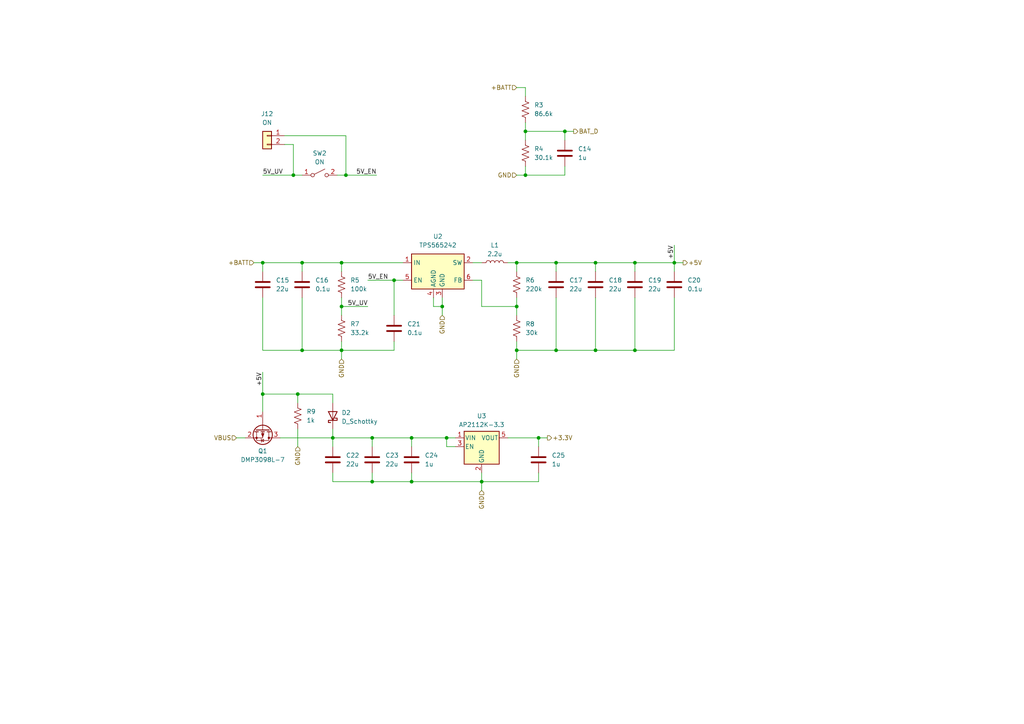
<source format=kicad_sch>
(kicad_sch (version 20230121) (generator eeschema)
  (paper "A4")
  (lib_symbols
    (symbol "Connector_Generic:Conn_01x02" (pin_names (offset 1.016) hide)
      (property "Reference" "J" (at 0 2.54 0))
      (property "Value" "Conn_01x02" (at 0 -5.08 0))
      (symbol "Conn_01x02_1_1"
        (rectangle (start -1.27 -2.413) (end 0 -2.667) (stroke (width 0.1524)))
        (rectangle (start -1.27 0.127) (end 0 -0.127) (stroke (width 0.1524)))
        (rectangle (start -1.27 1.27) (end 1.27 -3.81) (stroke (width 0.254)) (fill (type background)))
        (pin passive line (at -5.08 0 0) (length 3.81) (name "Pin_1") (number "1"))
        (pin passive line (at -5.08 -2.54 0) (length 3.81) (name "Pin_2") (number "2"))
      )
    )
    (symbol "Device:C" (pin_numbers hide) (pin_names (offset 0.254))
      (property "Reference" "C" (at 0.635 2.54 0))
      (property "Value" "C" (at 0.635 -2.54 0))
      (symbol "C_0_1"
        (polyline (pts (xy -2.032 -0.762) (xy 2.032 -0.762)) (stroke (width 0.508)))
        (polyline (pts (xy -2.032 0.762) (xy 2.032 0.762)) (stroke (width 0.508)))
      )
      (symbol "C_1_1"
        (pin passive line (at 0 3.81 270) (length 2.794) (name "~") (number "1"))
        (pin passive line (at 0 -3.81 90) (length 2.794) (name "~") (number "2"))
      )
    )
    (symbol "Device:D_Schottky" (pin_numbers hide) (pin_names (offset 1.016) hide)
      (property "Reference" "D" (at 0 2.54 0))
      (property "Value" "D_Schottky" (at 0 -2.54 0))
      (symbol "D_Schottky_0_1"
        (polyline (pts (xy 1.27 0) (xy -1.27 0)))
        (polyline (pts (xy 1.27 1.27) (xy 1.27 -1.27) (xy -1.27 0) (xy 1.27 1.27)) (stroke (width 0.254)))
        (polyline (pts (xy -1.905 0.635) (xy -1.905 1.27) (xy -1.27 1.27) (xy -1.27 -1.27) (xy -0.635 -1.27) (xy -0.635 -0.635)) (stroke (width 0.254)))
      )
      (symbol "D_Schottky_1_1"
        (pin passive line (at -3.81 0 0) (length 2.54) (name "K") (number "1"))
        (pin passive line (at 3.81 0 180) (length 2.54) (name "A") (number "2"))
      )
    )
    (symbol "Device:L" (pin_numbers hide) (pin_names (offset 1.016) hide)
      (property "Reference" "L" (at -1.27 0 90))
      (property "Value" "L" (at 1.905 0 90))
      (symbol "L_0_1"
        (arc (start 0 -2.54) (mid 0.6323 -1.905) (end 0 -1.27))
        (arc (start 0 -1.27) (mid 0.6323 -0.635) (end 0 0))
        (arc (start 0 0) (mid 0.6323 0.635) (end 0 1.27))
        (arc (start 0 1.27) (mid 0.6323 1.905) (end 0 2.54))
      )
      (symbol "L_1_1"
        (pin passive line (at 0 3.81 270) (length 1.27) (name "1") (number "1"))
        (pin passive line (at 0 -3.81 90) (length 1.27) (name "2") (number "2"))
      )
    )
    (symbol "Device:Q_PMOS_GSD" (pin_names (offset 0) hide)
      (property "Reference" "Q" (at 5.08 1.27 0))
      (property "Value" "Q_PMOS_GSD" (at 5.08 -1.27 0))
      (symbol "Q_PMOS_GSD_0_1"
        (polyline (pts (xy 0.254 0) (xy -2.54 0)))
        (polyline (pts (xy 0.254 1.905) (xy 0.254 -1.905)) (stroke (width 0.254)))
        (polyline (pts (xy 0.762 -1.27) (xy 0.762 -2.286)) (stroke (width 0.254)))
        (polyline (pts (xy 0.762 0.508) (xy 0.762 -0.508)) (stroke (width 0.254)))
        (polyline (pts (xy 0.762 2.286) (xy 0.762 1.27)) (stroke (width 0.254)))
        (polyline (pts (xy 2.54 2.54) (xy 2.54 1.778)))
        (polyline (pts (xy 2.54 -2.54) (xy 2.54 0) (xy 0.762 0)))
        (polyline (pts (xy 0.762 1.778) (xy 3.302 1.778) (xy 3.302 -1.778) (xy 0.762 -1.778)))
        (polyline (pts (xy 2.286 0) (xy 1.27 0.381) (xy 1.27 -0.381) (xy 2.286 0)) (fill (type outline)))
        (polyline (pts (xy 2.794 -0.508) (xy 2.921 -0.381) (xy 3.683 -0.381) (xy 3.81 -0.254)))
        (polyline (pts (xy 3.302 -0.381) (xy 2.921 0.254) (xy 3.683 0.254) (xy 3.302 -0.381)))
        (circle (center 1.651 0) (radius 2.794) (stroke (width 0.254)))
        (circle (center 2.54 -1.778) (radius 0.254) (fill (type outline)))
        (circle (center 2.54 1.778) (radius 0.254) (fill (type outline)))
      )
      (symbol "Q_PMOS_GSD_1_1"
        (pin input line (at -5.08 0 0) (length 2.54) (name "G") (number "1"))
        (pin passive line (at 2.54 -5.08 90) (length 2.54) (name "S") (number "2"))
        (pin passive line (at 2.54 5.08 270) (length 2.54) (name "D") (number "3"))
      )
    )
    (symbol "Device:R_US" (pin_numbers hide) (pin_names (offset 0))
      (property "Reference" "R" (at 2.54 0 90))
      (property "Value" "R_US" (at -2.54 0 90))
      (symbol "R_US_0_1"
        (polyline (pts (xy 0 -2.286) (xy 0 -2.54)))
        (polyline (pts (xy 0 2.286) (xy 0 2.54)))
        (polyline (pts (xy 0 -0.762) (xy 1.016 -1.143) (xy 0 -1.524) (xy -1.016 -1.905) (xy 0 -2.286)))
        (polyline (pts (xy 0 0.762) (xy 1.016 0.381) (xy 0 0) (xy -1.016 -0.381) (xy 0 -0.762)))
        (polyline (pts (xy 0 2.286) (xy 1.016 1.905) (xy 0 1.524) (xy -1.016 1.143) (xy 0 0.762)))
      )
      (symbol "R_US_1_1"
        (pin passive line (at 0 3.81 270) (length 1.27) (name "~") (number "1"))
        (pin passive line (at 0 -3.81 90) (length 1.27) (name "~") (number "2"))
      )
    )
    (symbol "Regulator_Linear:AP2112K-3.3" (pin_names (offset 0.254))
      (property "Reference" "U" (at -5.08 5.715 0))
      (property "Value" "AP2112K-3.3" (at 0 5.715 0))
      (symbol "AP2112K-3.3_0_1"
        (rectangle (start -5.08 4.445) (end 5.08 -5.08) (stroke (width 0.254)) (fill (type background)))
      )
      (symbol "AP2112K-3.3_1_1"
        (pin power_in line (at -7.62 2.54 0) (length 2.54) (name "VIN") (number "1"))
        (pin power_in line (at 0 -7.62 90) (length 2.54) (name "GND") (number "2"))
        (pin input line (at -7.62 0 0) (length 2.54) (name "EN") (number "3"))
        (pin no_connect line (at 5.08 0 180) (length 2.54) hide (name "NC") (number "4"))
        (pin power_out line (at 7.62 2.54 180) (length 2.54) (name "VOUT") (number "5"))
      )
    )
    (symbol "Switch:SW_SPST" (pin_names (offset 0) hide)
      (property "Reference" "SW" (at 0 3.175 0))
      (property "Value" "SW_SPST" (at 0 -2.54 0))
      (symbol "SW_SPST_0_0"
        (circle (center -2.032 0) (radius 0.508))
        (polyline (pts (xy -1.524 0.254) (xy 1.524 1.778)))
        (circle (center 2.032 0) (radius 0.508))
      )
      (symbol "SW_SPST_1_1"
        (pin passive line (at -5.08 0 0) (length 2.54) (name "A") (number "1"))
        (pin passive line (at 5.08 0 180) (length 2.54) (name "B") (number "2"))
      )
    )
    (symbol "erlib:TPS565242"
      (property "Reference" "U" (at -7.62 6.35 0))
      (property "Value" "TPS565242" (at 2.54 6.35 0))
      (symbol "TPS565242_0_1"
        (rectangle (start -7.62 5.08) (end 7.62 -5.08) (stroke (width 0.254)) (fill (type background)))
      )
      (symbol "TPS565242_1_1"
        (pin power_in line (at -10.16 2.54 0) (length 2.54) (name "IN") (number "1"))
        (pin output line (at 10.16 2.54 180) (length 2.54) (name "SW") (number "2"))
        (pin passive line (at 1.27 -7.62 90) (length 2.54) (name "GND") (number "3"))
        (pin power_in line (at -1.27 -7.62 90) (length 2.54) (name "AGND") (number "4"))
        (pin input line (at -10.16 -2.54 0) (length 2.54) (name "EN") (number "5"))
        (pin input line (at 10.16 -2.54 180) (length 2.54) (name "FB") (number "6"))
      )
    )
  )
  (junction (at 86.36 114.3))
  (junction (at 99.06 88.9))
  (junction (at 99.06 101.6))
  (junction (at 152.4 38.1))
  (junction (at 161.29 101.6))
  (junction (at 85.09 50.8))
  (junction (at 100.33 50.8))
  (junction (at 114.3 81.28))
  (junction (at 149.86 101.6))
  (junction (at 139.7 139.7))
  (junction (at 128.27 88.9))
  (junction (at 195.58 76.2))
  (junction (at 76.2 76.2))
  (junction (at 149.86 76.2))
  (junction (at 161.29 76.2))
  (junction (at 152.4 50.8))
  (junction (at 156.21 127))
  (junction (at 119.38 139.7))
  (junction (at 129.54 127))
  (junction (at 96.52 127))
  (junction (at 107.95 139.7))
  (junction (at 119.38 127))
  (junction (at 76.2 114.3))
  (junction (at 184.15 101.6))
  (junction (at 87.63 76.2))
  (junction (at 87.63 101.6))
  (junction (at 172.72 101.6))
  (junction (at 184.15 76.2))
  (junction (at 99.06 76.2))
  (junction (at 163.83 38.1))
  (junction (at 172.72 76.2))
  (junction (at 107.95 127))
  (junction (at 149.86 88.9))
  (wire (pts (xy 195.58 86.36) (xy 195.58 101.6)))
  (wire (pts (xy 129.54 127) (xy 132.08 127)))
  (wire (pts (xy 99.06 88.9) (xy 99.06 91.44)))
  (wire (pts (xy 149.86 101.6) (xy 149.86 104.14)))
  (wire (pts (xy 96.52 137.16) (xy 96.52 139.7)))
  (wire (pts (xy 184.15 76.2) (xy 184.15 78.74)))
  (wire (pts (xy 100.33 50.8) (xy 109.22 50.8)))
  (wire (pts (xy 76.2 114.3) (xy 76.2 119.38)))
  (wire (pts (xy 125.73 88.9) (xy 125.73 86.36)))
  (wire (pts (xy 147.32 76.2) (xy 149.86 76.2)))
  (wire (pts (xy 96.52 124.46) (xy 96.52 127)))
  (wire (pts (xy 76.2 50.8) (xy 85.09 50.8)))
  (wire (pts (xy 114.3 99.06) (xy 114.3 101.6)))
  (wire (pts (xy 195.58 78.74) (xy 195.58 76.2)))
  (wire (pts (xy 172.72 86.36) (xy 172.72 101.6)))
  (wire (pts (xy 99.06 99.06) (xy 99.06 101.6)))
  (wire (pts (xy 68.58 127) (xy 71.12 127)))
  (wire (pts (xy 149.86 101.6) (xy 161.29 101.6)))
  (wire (pts (xy 85.09 41.91) (xy 85.09 50.8)))
  (wire (pts (xy 76.2 101.6) (xy 87.63 101.6)))
  (wire (pts (xy 76.2 107.95) (xy 76.2 114.3)))
  (wire (pts (xy 99.06 101.6) (xy 99.06 104.14)))
  (wire (pts (xy 161.29 76.2) (xy 161.29 78.74)))
  (wire (pts (xy 97.79 50.8) (xy 100.33 50.8)))
  (wire (pts (xy 149.86 99.06) (xy 149.86 101.6)))
  (wire (pts (xy 137.16 76.2) (xy 139.7 76.2)))
  (wire (pts (xy 139.7 139.7) (xy 139.7 142.24)))
  (wire (pts (xy 184.15 101.6) (xy 172.72 101.6)))
  (wire (pts (xy 96.52 127) (xy 107.95 127)))
  (wire (pts (xy 85.09 50.8) (xy 87.63 50.8)))
  (wire (pts (xy 107.95 139.7) (xy 119.38 139.7)))
  (wire (pts (xy 172.72 76.2) (xy 161.29 76.2)))
  (wire (pts (xy 82.55 39.37) (xy 100.33 39.37)))
  (wire (pts (xy 119.38 137.16) (xy 119.38 139.7)))
  (wire (pts (xy 129.54 129.54) (xy 129.54 127)))
  (wire (pts (xy 87.63 76.2) (xy 99.06 76.2)))
  (wire (pts (xy 147.32 127) (xy 156.21 127)))
  (wire (pts (xy 99.06 76.2) (xy 99.06 78.74)))
  (wire (pts (xy 99.06 76.2) (xy 116.84 76.2)))
  (wire (pts (xy 132.08 129.54) (xy 129.54 129.54)))
  (wire (pts (xy 86.36 124.46) (xy 86.36 129.54)))
  (wire (pts (xy 116.84 81.28) (xy 114.3 81.28)))
  (wire (pts (xy 119.38 139.7) (xy 139.7 139.7)))
  (wire (pts (xy 82.55 41.91) (xy 85.09 41.91)))
  (wire (pts (xy 107.95 127) (xy 119.38 127)))
  (wire (pts (xy 114.3 81.28) (xy 114.3 91.44)))
  (wire (pts (xy 87.63 86.36) (xy 87.63 101.6)))
  (wire (pts (xy 87.63 101.6) (xy 99.06 101.6)))
  (wire (pts (xy 96.52 139.7) (xy 107.95 139.7)))
  (wire (pts (xy 81.28 127) (xy 96.52 127)))
  (wire (pts (xy 149.86 25.4) (xy 152.4 25.4)))
  (wire (pts (xy 76.2 76.2) (xy 76.2 78.74)))
  (wire (pts (xy 96.52 114.3) (xy 96.52 116.84)))
  (wire (pts (xy 139.7 137.16) (xy 139.7 139.7)))
  (wire (pts (xy 149.86 88.9) (xy 149.86 91.44)))
  (wire (pts (xy 128.27 88.9) (xy 128.27 91.44)))
  (wire (pts (xy 195.58 101.6) (xy 184.15 101.6)))
  (wire (pts (xy 163.83 38.1) (xy 163.83 40.64)))
  (wire (pts (xy 152.4 38.1) (xy 163.83 38.1)))
  (wire (pts (xy 184.15 76.2) (xy 172.72 76.2)))
  (wire (pts (xy 163.83 38.1) (xy 166.37 38.1)))
  (wire (pts (xy 156.21 137.16) (xy 156.21 139.7)))
  (wire (pts (xy 139.7 88.9) (xy 149.86 88.9)))
  (wire (pts (xy 96.52 129.54) (xy 96.52 127)))
  (wire (pts (xy 76.2 114.3) (xy 86.36 114.3)))
  (wire (pts (xy 100.33 39.37) (xy 100.33 50.8)))
  (wire (pts (xy 152.4 48.26) (xy 152.4 50.8)))
  (wire (pts (xy 129.54 127) (xy 119.38 127)))
  (wire (pts (xy 87.63 76.2) (xy 87.63 78.74)))
  (wire (pts (xy 156.21 139.7) (xy 139.7 139.7)))
  (wire (pts (xy 172.72 101.6) (xy 161.29 101.6)))
  (wire (pts (xy 149.86 76.2) (xy 161.29 76.2)))
  (wire (pts (xy 107.95 127) (xy 107.95 129.54)))
  (wire (pts (xy 195.58 76.2) (xy 198.12 76.2)))
  (wire (pts (xy 195.58 76.2) (xy 184.15 76.2)))
  (wire (pts (xy 76.2 86.36) (xy 76.2 101.6)))
  (wire (pts (xy 99.06 86.36) (xy 99.06 88.9)))
  (wire (pts (xy 156.21 127) (xy 158.75 127)))
  (wire (pts (xy 107.95 137.16) (xy 107.95 139.7)))
  (wire (pts (xy 128.27 88.9) (xy 125.73 88.9)))
  (wire (pts (xy 163.83 50.8) (xy 152.4 50.8)))
  (wire (pts (xy 163.83 48.26) (xy 163.83 50.8)))
  (wire (pts (xy 87.63 76.2) (xy 76.2 76.2)))
  (wire (pts (xy 137.16 81.28) (xy 139.7 81.28)))
  (wire (pts (xy 184.15 86.36) (xy 184.15 101.6)))
  (wire (pts (xy 106.68 81.28) (xy 114.3 81.28)))
  (wire (pts (xy 139.7 81.28) (xy 139.7 88.9)))
  (wire (pts (xy 149.86 86.36) (xy 149.86 88.9)))
  (wire (pts (xy 128.27 86.36) (xy 128.27 88.9)))
  (wire (pts (xy 86.36 114.3) (xy 96.52 114.3)))
  (wire (pts (xy 86.36 114.3) (xy 86.36 116.84)))
  (wire (pts (xy 152.4 25.4) (xy 152.4 27.94)))
  (wire (pts (xy 73.66 76.2) (xy 76.2 76.2)))
  (wire (pts (xy 119.38 127) (xy 119.38 129.54)))
  (wire (pts (xy 156.21 127) (xy 156.21 129.54)))
  (wire (pts (xy 152.4 38.1) (xy 152.4 40.64)))
  (wire (pts (xy 149.86 76.2) (xy 149.86 78.74)))
  (wire (pts (xy 195.58 71.12) (xy 195.58 76.2)))
  (wire (pts (xy 161.29 86.36) (xy 161.29 101.6)))
  (wire (pts (xy 172.72 76.2) (xy 172.72 78.74)))
  (wire (pts (xy 99.06 88.9) (xy 106.68 88.9)))
  (wire (pts (xy 99.06 101.6) (xy 114.3 101.6)))
  (wire (pts (xy 152.4 35.56) (xy 152.4 38.1)))
  (wire (pts (xy 149.86 50.8) (xy 152.4 50.8)))
  (label "5V_EN" (at 109.22 50.8 180))
  (label "+5V" (at 195.58 71.12 270))
  (label "5V_UV" (at 76.2 50.8 0))
  (label "5V_UV" (at 106.68 88.9 180))
  (label "5V_EN" (at 106.68 81.28 0))
  (label "+5V" (at 76.2 107.95 270))
  (hierarchical_label "GND" (shape input) (at 149.86 50.8 180))
  (hierarchical_label "GND" (shape input) (at 149.86 104.14 270))
  (hierarchical_label "BAT_D" (shape output) (at 166.37 38.1 0))
  (hierarchical_label "+3.3V" (shape output) (at 158.75 127 0))
  (hierarchical_label "GND" (shape input) (at 128.27 91.44 270))
  (hierarchical_label "+BATT" (shape input) (at 73.66 76.2 180))
  (hierarchical_label "+5V" (shape output) (at 198.12 76.2 0))
  (hierarchical_label "VBUS" (shape input) (at 68.58 127 180))
  (hierarchical_label "+BATT" (shape input) (at 149.86 25.4 180))
  (hierarchical_label "GND" (shape input) (at 139.7 142.24 270))
  (hierarchical_label "GND" (shape input) (at 99.06 104.14 270))
  (hierarchical_label "GND" (shape input) (at 86.36 129.54 270))
  (symbol (lib_id "Regulator_Linear:AP2112K-3.3") (at 139.7 129.54 0) (unit 1)
    (property "Reference" "U3" (at 139.7 120.65 0))
    (property "Value" "AP2112K-3.3" (at 139.7 123.19 0))
    (property "Footprint" "Package_TO_SOT_SMD:SOT-23-5" (effects hide))
    (property "Datasheet" "https://www.diodes.com/assets/Datasheets/AP2112.pdf" (effects hide))
  )
  (symbol (lib_id "Connector_Generic:Conn_01x02") (at 77.47 39.37 0) (mirror y) (unit 1)
    (property "Reference" "J12" (at 77.47 33.02 0))
    (property "Value" "ON" (at 77.47 35.56 0))
    (property "Footprint" "Connector_JST:JST_XH_B2B-XH-A_1x02_P2.50mm_Vertical" (effects hide))
  )
  (symbol (lib_id "Device:Q_PMOS_GSD") (at 76.2 124.46 270) (unit 1)
    (property "Reference" "Q1" (at 76.2 130.81 90))
    (property "Value" "DMP3098L-7" (at 76.2 133.35 90))
    (property "Footprint" "Package_TO_SOT_SMD:SOT-23" (effects hide))
  )
  (symbol (lib_id "Device:C") (at 119.38 133.35 0) (unit 1)
    (property "Reference" "C24" (at 123.19 132.08 0) (effects (justify left)))
    (property "Value" "1u" (at 123.19 134.62 0) (effects (justify left)))
    (property "Footprint" "Capacitor_SMD:C_0603_1608Metric" (effects hide))
  )
  (symbol (lib_id "Device:C") (at 96.52 133.35 0) (unit 1)
    (property "Reference" "C22" (at 100.33 132.08 0) (effects (justify left)))
    (property "Value" "22u" (at 100.33 134.62 0) (effects (justify left)))
    (property "Footprint" "Capacitor_SMD:C_0603_1608Metric" (effects hide))
  )
  (symbol (lib_id "Device:L") (at 143.51 76.2 90) (unit 1)
    (property "Reference" "L1" (at 143.51 71.12 90))
    (property "Value" "2.2u" (at 143.51 73.66 90))
    (property "Footprint" "Inductor_SMD:L_Coilcraft_XAL5030-XXX" (effects hide))
  )
  (symbol (lib_id "Device:C") (at 114.3 95.25 0) (unit 1)
    (property "Reference" "C21" (at 118.11 93.98 0) (effects (justify left)))
    (property "Value" "0.1u" (at 118.11 96.52 0) (effects (justify left)))
    (property "Footprint" "Capacitor_SMD:C_0603_1608Metric" (effects hide))
  )
  (symbol (lib_id "Device:C") (at 107.95 133.35 0) (unit 1)
    (property "Reference" "C23" (at 111.76 132.08 0) (effects (justify left)))
    (property "Value" "22u" (at 111.76 134.62 0) (effects (justify left)))
    (property "Footprint" "Capacitor_SMD:C_0603_1608Metric" (effects hide))
  )
  (symbol (lib_id "Device:C") (at 172.72 82.55 0) (unit 1)
    (property "Reference" "C18" (at 176.53 81.28 0) (effects (justify left)))
    (property "Value" "22u" (at 176.53 83.82 0) (effects (justify left)))
    (property "Footprint" "Capacitor_SMD:C_0603_1608Metric" (effects hide))
  )
  (symbol (lib_id "Switch:SW_SPST") (at 92.71 50.8 0) (unit 1)
    (property "Reference" "SW2" (at 92.71 44.45 0))
    (property "Value" "ON" (at 92.71 46.99 0))
    (property "Footprint" "Button_Switch_SMD:SW_SPDT_PCM12" (effects hide))
  )
  (symbol (lib_id "Device:C") (at 87.63 82.55 0) (unit 1)
    (property "Reference" "C16" (at 91.44 81.28 0) (effects (justify left)))
    (property "Value" "0.1u" (at 91.44 83.82 0) (effects (justify left)))
    (property "Footprint" "Capacitor_SMD:C_0603_1608Metric" (effects hide))
  )
  (symbol (lib_id "Device:C") (at 184.15 82.55 0) (unit 1)
    (property "Reference" "C19" (at 187.96 81.28 0) (effects (justify left)))
    (property "Value" "22u" (at 187.96 83.82 0) (effects (justify left)))
    (property "Footprint" "Capacitor_SMD:C_0603_1608Metric" (effects hide))
  )
  (symbol (lib_id "erlib:TPS565242") (at 127 78.74 0) (unit 1)
    (property "Reference" "U2" (at 127 68.58 0))
    (property "Value" "TPS565242" (at 127 71.12 0))
    (property "Footprint" "Package_TO_SOT_SMD:SOT-563" (effects hide))
    (property "Datasheet" "https://www.ti.com/lit/ds/symlink/tps565242.pdf?ts=1708215829031" (effects hide))
  )
  (symbol (lib_id "Device:R_US") (at 149.86 82.55 0) (unit 1)
    (property "Reference" "R6" (at 152.4 81.28 0) (effects (justify left)))
    (property "Value" "220k" (at 152.4 83.82 0) (effects (justify left)))
    (property "Footprint" "Resistor_SMD:R_0603_1608Metric" (effects hide))
  )
  (symbol (lib_id "Device:C") (at 161.29 82.55 0) (unit 1)
    (property "Reference" "C17" (at 165.1 81.28 0) (effects (justify left)))
    (property "Value" "22u" (at 165.1 83.82 0) (effects (justify left)))
    (property "Footprint" "Capacitor_SMD:C_0603_1608Metric" (effects hide))
  )
  (symbol (lib_id "Device:C") (at 156.21 133.35 0) (unit 1)
    (property "Reference" "C25" (at 160.02 132.08 0) (effects (justify left)))
    (property "Value" "1u" (at 160.02 134.62 0) (effects (justify left)))
    (property "Footprint" "Capacitor_SMD:C_0603_1608Metric" (effects hide))
  )
  (symbol (lib_id "Device:R_US") (at 149.86 95.25 0) (unit 1)
    (property "Reference" "R8" (at 152.4 93.98 0) (effects (justify left)))
    (property "Value" "30k" (at 152.4 96.52 0) (effects (justify left)))
    (property "Footprint" "Resistor_SMD:R_0603_1608Metric" (effects hide))
  )
  (symbol (lib_id "Device:R_US") (at 99.06 82.55 0) (unit 1)
    (property "Reference" "R5" (at 101.6 81.28 0) (effects (justify left)))
    (property "Value" "100k" (at 101.6 83.82 0) (effects (justify left)))
    (property "Footprint" "Resistor_SMD:R_0603_1608Metric" (effects hide))
  )
  (symbol (lib_id "Device:D_Schottky") (at 96.52 120.65 90) (unit 1)
    (property "Reference" "D2" (at 99.06 119.6975 90) (effects (justify right)))
    (property "Value" "D_Schottky" (at 99.06 122.2375 90) (effects (justify right)))
    (property "Footprint" "Diode_SMD:D_SOD-323F" (effects hide))
  )
  (symbol (lib_id "Device:R_US") (at 152.4 44.45 180) (unit 1)
    (property "Reference" "R4" (at 154.94 43.18 0) (effects (justify right)))
    (property "Value" "30.1k" (at 154.94 45.72 0) (effects (justify right)))
    (property "Footprint" "Resistor_SMD:R_0603_1608Metric" (effects hide))
  )
  (symbol (lib_id "Device:R_US") (at 99.06 95.25 0) (unit 1)
    (property "Reference" "R7" (at 101.6 93.98 0) (effects (justify left)))
    (property "Value" "33.2k" (at 101.6 96.52 0) (effects (justify left)))
    (property "Footprint" "Resistor_SMD:R_0603_1608Metric" (effects hide))
  )
  (symbol (lib_id "Device:C") (at 163.83 44.45 0) (unit 1)
    (property "Reference" "C14" (at 167.64 43.18 0) (effects (justify left)))
    (property "Value" "1u" (at 167.64 45.72 0) (effects (justify left)))
    (property "Footprint" "Capacitor_SMD:C_0603_1608Metric" (effects hide))
  )
  (symbol (lib_id "Device:C") (at 76.2 82.55 0) (unit 1)
    (property "Reference" "C15" (at 80.01 81.28 0) (effects (justify left)))
    (property "Value" "22u" (at 80.01 83.82 0) (effects (justify left)))
    (property "Footprint" "Capacitor_SMD:C_0603_1608Metric" (effects hide))
  )
  (symbol (lib_id "Device:R_US") (at 152.4 31.75 180) (unit 1)
    (property "Reference" "R3" (at 154.94 30.48 0) (effects (justify right)))
    (property "Value" "86.6k" (at 154.94 33.02 0) (effects (justify right)))
    (property "Footprint" "Resistor_SMD:R_0603_1608Metric" (effects hide))
  )
  (symbol (lib_id "Device:R_US") (at 86.36 120.65 180) (unit 1)
    (property "Reference" "R9" (at 88.9 119.38 0) (effects (justify right)))
    (property "Value" "1k" (at 88.9 121.92 0) (effects (justify right)))
    (property "Footprint" "Resistor_SMD:R_0603_1608Metric" (effects hide))
  )
  (symbol (lib_id "Device:C") (at 195.58 82.55 0) (unit 1)
    (property "Reference" "C20" (at 199.39 81.28 0) (effects (justify left)))
    (property "Value" "0.1u" (at 199.39 83.82 0) (effects (justify left)))
    (property "Footprint" "Capacitor_SMD:C_0603_1608Metric" (effects hide))
  )
)
</source>
